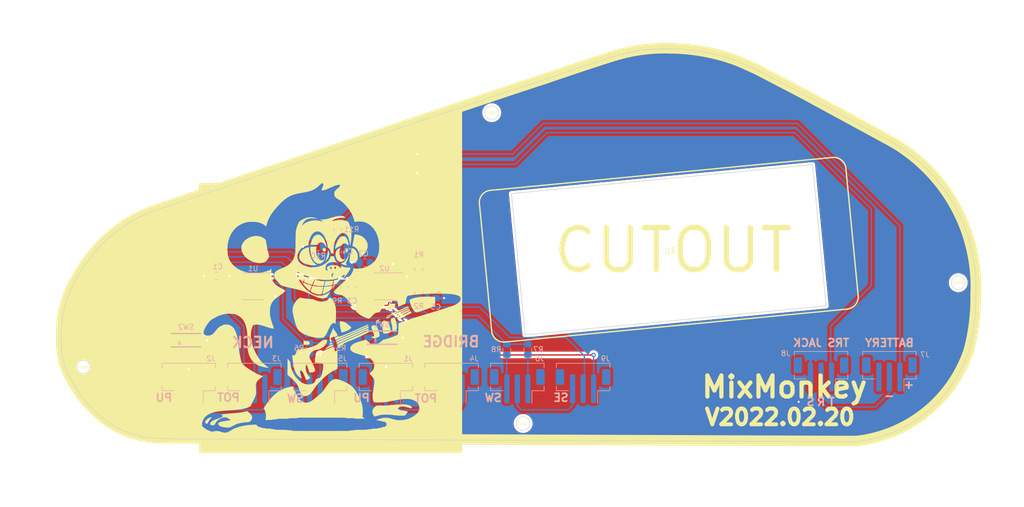
<source format=kicad_pcb>
(kicad_pcb (version 20211014) (generator pcbnew)
  (layers (0 "F.Cu" signal) (31 "B.Cu" signal) (34 "B.Paste" user) (35 "F.Paste" user) (36 "B.SilkS" user "B.Silkscreen") (37 "F.SilkS" user "F.Silkscreen") (38 "B.Mask" user) (39 "F.Mask" user) (44 "Edge.Cuts" user))
  (net 0 "")
  (net 1 "GND")
  (net 2 "+9V")
  (net 3 "Net-(C3-Pad1)")
  (net 4 "Net-(C3-Pad2)")
  (net 5 "Net-(C4-Pad2)")
  (net 6 "Net-(C5-Pad2)")
  (net 7 "Net-(J1-Pad1)")
  (net 8 "/VMID")
  (net 9 "/BATT-")
  (net 10 "/SIG_OUT")
  (net 11 "Net-(J2-Pad1)")
  (net 12 "Net-(J1-Pad3)")
  (net 13 "Net-(J2-Pad3)")
  (net 14 "Net-(J3-Pad2)")
  (net 15 "Net-(J4-Pad2)")
  (net 16 "Net-(J5-Pad1)")
  (net 17 "Net-(J5-Pad3)")
  (net 18 "Net-(J6-Pad1)")
  (net 19 "Net-(J6-Pad3)")
  (net 21 "Net-(J5-Pad2)")
  (net 22 "Net-(J6-Pad2)")
  (net 23 "Net-(R5-Pad1)")
  (net 24 "Net-(R7-Pad1)")
  (footprint "eLogo:MonkeyGuitar35" (layer "F.Cu") (at 100.75 107.5)
    (fp_text reference "G***" (at 13.25 7.3) (layer "F.SilkS") (effects (font (size 1.524 1.524) (thickness 0.3))))
    (fp_text value "LOGO" hide)
  )
  (footprint "eBattery:BB-04" (layer "F.Cu") (at 165.05 94.525 -174.5)
    (fp_text reference "U3" (at -0.177514 -0.243133 5.5 unlocked) (layer "F.SilkS"))
    (fp_text value "BB-02")
    (fp_line (start 28.75 13.5) (end 28.75 -13.5) (layer "Edge.Cuts") (width 0.12))
    (fp_line (start 28.75 13.5) (end -28.75 13.5) (layer "Edge.Cuts") (width 0.12))
    (fp_line (start 28.75 -13.5) (end -28.75 -13.5) (layer "Edge.Cuts") (width 0.12))
    (fp_line (start -28.75 -13.5) (end -28.75 13.5) (layer "Edge.Cuts") (width 0.12))
  )
  (footprint "Resistor_SMD:R_0805_2012Metric_Pad1.20x1.40mm_HandSolder" (layer "B.Cu") (at 102 101.672353 90)
    (fp_text reference "R9" (at -2.577647 -0.005299) (layer "B.SilkS") (effects (justify mirror)))
    (fp_text value "2k")
    (pad "1" smd roundrect (at -1 0 90) (size 1.2 1.4) (layers "B.Cu" "B.Paste" "B.Mask") (roundrect_rratio 0.2083333333) (net 3 "Net-(C3-Pad1)"))
    (pad "2" smd roundrect (at 1 0 90) (size 1.2 1.4) (layers "B.Cu" "B.Paste" "B.Mask") (roundrect_rratio 0.2083333333) (net 4 "Net-(C3-Pad2)"))
  )
  (footprint "Resistor_SMD:R_0805_2012Metric_Pad1.20x1.40mm_HandSolder" (layer "B.Cu") (at 98.325 93.95)
    (fp_text reference "R10" (at 0.075 1.725 180) (layer "B.SilkS") (effects (justify mirror)))
    (fp_text value "2k")
    (pad "1" smd roundrect (at -1 0) (size 1.2 1.4) (layers "B.Cu" "B.Paste" "B.Mask") (roundrect_rratio 0.2083333333) (net 1 "GND"))
    (pad "2" smd roundrect (at 1 0) (size 1.2 1.4) (layers "B.Cu" "B.Paste" "B.Mask") (roundrect_rratio 0.2083333333) (net 5 "Net-(C4-Pad2)"))
  )
  (footprint "eConnector_JST_PSH:B3B-PH-SM4" (layer "B.Cu") (at 194 116.5 180)
    (fp_text reference "J8" (at 6.75 2.25 unlocked) (layer "B.SilkS") (effects (justify mirror)))
    (fp_text value "B3B-PH-SM4-TBT(LF)(SN)" hide)
    (pad "1" smd roundrect (at -2 -2.25 180) (size 1 5.5) (layers "B.Cu" "B.Paste" "B.Mask") (net 10 "/SIG_OUT"))
    (pad "2" smd roundrect (at 0 -2.25 180) (size 1 5.5) (layers "B.Cu" "B.Paste" "B.Mask") (net 9 "/BATT-"))
    (pad "3" smd roundrect (at 2 -2.25 180) (size 1 5.5) (layers "B.Cu" "B.Paste" "B.Mask") (net 1 "GND"))
    (pad "MP" smd roundrect (at -4.4 0 180) (size 1.6 3) (layers "B.Cu" "B.Paste" "B.Mask") (roundrect_rratio 0.15625))
    (pad "MP" smd roundrect (at 4.4 0 180) (size 1.6 3) (layers "B.Cu" "B.Paste" "B.Mask") (roundrect_rratio 0.15625))
  )
  (footprint "Package_SO:SOIC-8_3.9x4.9mm_P1.27mm" (layer "B.Cu") (at 86 101.5 180)
    (fp_text reference "U1" (at 0 3.4) (layer "B.SilkS") (effects (justify mirror)))
    (fp_text value "OPA1656ID")
    (pad "1" smd roundrect (at -2.475 1.905 180) (size 1.95 0.6) (layers "B.Cu" "B.Paste" "B.Mask") (net 23 "Net-(R5-Pad1)"))
    (pad "2" smd roundrect (at -2.475 0.635 180) (size 1.95 0.6) (layers "B.Cu" "B.Paste" "B.Mask") (net 23 "Net-(R5-Pad1)"))
    (pad "3" smd roundrect (at -2.475 -0.635 180) (size 1.95 0.6) (layers "B.Cu" "B.Paste" "B.Mask") (net 14 "Net-(J3-Pad2)"))
    (pad "4" smd roundrect (at -2.475 -1.905 180) (size 1.95 0.6) (layers "B.Cu" "B.Paste" "B.Mask") (net 1 "GND"))
    (pad "5" smd roundrect (at 2.475 -1.905 180) (size 1.95 0.6) (layers "B.Cu" "B.Paste" "B.Mask") (net 15 "Net-(J4-Pad2)"))
    (pad "6" smd roundrect (at 2.475 -0.635 180) (size 1.95 0.6) (layers "B.Cu" "B.Paste" "B.Mask") (net 24 "Net-(R7-Pad1)"))
    (pad "7" smd roundrect (at 2.475 0.635 180) (size 1.95 0.6) (layers "B.Cu" "B.Paste" "B.Mask") (net 24 "Net-(R7-Pad1)"))
    (pad "8" smd roundrect (at 2.475 1.905 180) (size 1.95 0.6) (layers "B.Cu" "B.Paste" "B.Mask") (net 2 "+9V"))
  )
  (footprint "Resistor_SMD:R_0805_2012Metric_Pad1.20x1.40mm_HandSolder" (layer "B.Cu") (at 102.05 90.65 90)
    (fp_text reference "R11" (at 0 2.675) (layer "B.SilkS") (effects (justify mirror)))
    (fp_text value "50")
    (pad "1" smd roundrect (at -1 0 90) (size 1.2 1.4) (layers "B.Cu" "B.Paste" "B.Mask") (roundrect_rratio 0.2083333333) (net 5 "Net-(C4-Pad2)"))
    (pad "2" smd roundrect (at 1 0 90) (size 1.2 1.4) (layers "B.Cu" "B.Paste" "B.Mask") (roundrect_rratio 0.2083333333) (net 10 "/SIG_OUT"))
  )
  (footprint "Resistor_SMD:R_0805_2012Metric_Pad1.20x1.40mm_HandSolder" (layer "B.Cu") (at 138.25 113.5 -90)
    (fp_text reference "R7" (at 0 -2 180) (layer "B.SilkS") (effects (justify mirror)))
    (fp_text value "1k")
    (pad "1" smd roundrect (at -1 0 270) (size 1.2 1.4) (layers "B.Cu" "B.Paste" "B.Mask") (roundrect_rratio 0.2083333333) (net 24 "Net-(R7-Pad1)"))
    (pad "2" smd roundrect (at 1 0 270) (size 1.2 1.4) (layers "B.Cu" "B.Paste" "B.Mask") (roundrect_rratio 0.2083333333) (net 18 "Net-(J6-Pad1)"))
  )
  (footprint "eConnector_JST_PSH:B3B-PH-SM4" (layer "B.Cu") (at 136.25 118.75 180)
    (fp_text reference "J6" (at -4.25 3.5 unlocked) (layer "B.SilkS") (effects (justify mirror)))
    (fp_text value "B3B-PH-SM4-TBT(LF)(SN)_ALT" hide)
    (pad "1" smd roundrect (at -2 -2.25 180) (size 1 5.5) (layers "B.Cu" "B.Paste" "B.Mask") (net 18 "Net-(J6-Pad1)"))
    (pad "2" smd roundrect (at 0 -2.25 180) (size 1 5.5) (layers "B.Cu" "B.Paste" "B.Mask") (net 22 "Net-(J6-Pad2)"))
    (pad "3" smd roundrect (at 2 -2.25 180) (size 1 5.5) (layers "B.Cu" "B.Paste" "B.Mask") (net 19 "Net-(J6-Pad3)"))
    (pad "MP" smd roundrect (at 4.4 0 180) (size 1.6 3) (layers "B.Cu" "B.Paste" "B.Mask") (roundrect_rratio 0.15625))
    (pad "MP" smd roundrect (at -4.4 0 180) (size 1.6 3) (layers "B.Cu" "B.Paste" "B.Mask") (roundrect_rratio 0.15625))
  )
  (footprint "eConnector_JST_PSH:B3B-PH-SM4" (layer "B.Cu") (at 207 116.5 180)
    (fp_text reference "J7" (at -6.75 2 unlocked) (layer "B.SilkS") (effects (justify mirror)))
    (fp_text value "B3B-PH-SM4-TBT(LF)(SN)" hide)
    (pad "1" smd roundrect (at -2 -2.25 180) (size 1 5.5) (layers "B.Cu" "B.Paste" "B.Mask") (net 2 "+9V"))
    (pad "2" smd roundrect (at 0 -2.25 180) (size 1 5.5) (layers "B.Cu" "B.Paste" "B.Mask") (net 9 "/BATT-"))
    (pad "3" smd roundrect (at 2 -2.25 180) (size 1 5.5) (layers "B.Cu" "B.Paste" "B.Mask"))
    (pad "MP" smd roundrect (at 4.4 0 180) (size 1.6 3) (layers "B.Cu" "B.Paste" "B.Mask") (roundrect_rratio 0.15625))
    (pad "MP" smd roundrect (at -4.4 0 180) (size 1.6 3) (layers "B.Cu" "B.Paste" "B.Mask") (roundrect_rratio 0.15625))
  )
  (footprint "Resistor_SMD:R_0805_2012Metric_Pad1.20x1.40mm_HandSolder" (layer "B.Cu") (at 104.75 101.646953 90)
    (fp_text reference "C3" (at -2.603047 0.116501) (layer "B.SilkS") (effects (justify mirror)))
    (fp_text value "10000pF")
    (pad "1" smd roundrect (at -1 0 90) (size 1.2 1.4) (layers "B.Cu" "B.Paste" "B.Mask") (roundrect_rratio 0.2083333333) (net 3 "Net-(C3-Pad1)"))
    (pad "2" smd roundrect (at 1 0 90) (size 1.2 1.4) (layers "B.Cu" "B.Paste" "B.Mask") (roundrect_rratio 0.2083333333) (net 4 "Net-(C3-Pad2)"))
  )
  (footprint "eElectroMechanical:CHS-01TA" (layer "B.Cu") (at 110.5 111.25 90)
    (fp_text reference "SW1" (at 2.5 0 unlocked) (layer "B.SilkS") (effects (justify mirror)))
    (fp_text value "CHS01TA" hide)
    (fp_text user "ON" (at -0.986 -1.515019 -90 unlocked) (layer "B.SilkS") (effects (font (size 0.381 0.381) (thickness 0.254) bold) (justify left bottom mirror)))
    (pad "1" smd rect (at 0 -2.54 90) (size 1 1.6) (layers "B.Cu" "B.Paste" "B.Mask") (net 12 "Net-(J1-Pad3)"))
    (pad "2" smd rect (at 0 2.54 90) (size 1 1.6) (layers "B.Cu" "B.Paste" "B.Mask") (net 1 "GND"))
  )
  (footprint "Resistor_SMD:R_0805_2012Metric_Pad1.20x1.40mm_HandSolder" (layer "B.Cu") (at 134.25 113.5 -90)
    (fp_text reference "R8" (at 0 2 180) (layer "B.SilkS") (effects (justify mirror)))
    (fp_text value "2k")
    (pad "1" smd roundrect (at -1 0 270) (size 1.2 1.4) (layers "B.Cu" "B.Paste" "B.Mask") (roundrect_rratio 0.2083333333) (net 24 "Net-(R7-Pad1)"))
    (pad "2" smd roundrect (at 1 0 270) (size 1.2 1.4) (layers "B.Cu" "B.Paste" "B.Mask") (roundrect_rratio 0.2083333333) (net 19 "Net-(J6-Pad3)"))
  )
  (footprint "eConnector_JST:B3B-PH-SM4" (layer "B.Cu") (at 148.75 118.75 180)
    (fp_text reference "J9" (at -4.25 3.5 unlocked) (layer "B.SilkS") (effects (justify mirror)))
    (fp_text value "B3B-PH-SM4-TBT(LF)(SN)_ALT" hide)
    (pad "1" smd roundrect (at -2 -2.25 180) (size 1 5.5) (layers "B.Cu" "B.Paste" "B.Mask") (net 21 "Net-(J5-Pad2)"))
    (pad "2" smd roundrect (at 0 -2.25 180) (size 1 5.5) (layers "B.Cu" "B.Paste" "B.Mask") (net 3 "Net-(C3-Pad1)"))
    (pad "3" smd roundrect (at 2 -2.25 180) (size 1 5.5) (layers "B.Cu" "B.Paste" "B.Mask") (net 22 "Net-(J6-Pad2)"))
    (pad "MP" smd roundrect (at -4.4 0 180) (size 1.6 3) (layers "B.Cu" "B.Paste" "B.Mask") (roundrect_rratio 0.15625))
    (pad "MP" smd roundrect (at 4.4 0 180) (size 1.6 3) (layers "B.Cu" "B.Paste" "B.Mask") (roundrect_rratio 0.15625))
  )
  (footprint "Capacitor_SMD:C_0805_2012Metric_Pad1.18x1.45mm_HandSolder" (layer "B.Cu") (at 102.025 95 90)
    (fp_text reference "C4" (at 0.125 1.975 180) (layer "B.SilkS") (effects (justify mirror)))
    (fp_text value "1uF")
    (pad "1" smd roundrect (at -1.0375 0 90) (size 1.175 1.45) (layers "B.Cu" "B.Paste" "B.Mask") (roundrect_rratio 0.2127659574) (net 4 "Net-(C3-Pad2)"))
    (pad "2" smd roundrect (at 1.0375 0 90) (size 1.175 1.45) (layers "B.Cu" "B.Paste" "B.Mask") (roundrect_rratio 0.2127659574) (net 5 "Net-(C4-Pad2)"))
  )
  (footprint "eConnector_JST_PSH:B3B-PH-SM4" (layer "B.Cu") (at 98.75 118.75 180)
    (fp_text reference "J5" (at -4.25 3.5 unlocked) (layer "B.SilkS") (effects (justify mirror)))
    (fp_text value "B3B-PH-SM4-TBT(LF)(SN)_ALT" hide)
    (pad "1" smd roundrect (at -2 -2.25 180) (size 1 5.5) (layers "B.Cu" "B.Paste" "B.Mask") (net 16 "Net-(J5-Pad1)"))
    (pad "2" smd roundrect (at 0 -2.25 180) (size 1 5.5) (layers "B.Cu" "B.Paste" "B.Mask") (net 21 "Net-(J5-Pad2)"))
    (pad "3" smd roundrect (at 2 -2.25 180) (size 1 5.5) (layers "B.Cu" "B.Paste" "B.Mask") (net 17 "Net-(J5-Pad3)"))
    (pad "MP" smd roundrect (at -4.4 0 180) (size 1.6 3) (layers "B.Cu" "B.Paste" "B.Mask") (roundrect_rratio 0.15625))
    (pad "MP" smd roundrect (at 4.4 0 180) (size 1.6 3) (layers "B.Cu" "B.Paste" "B.Mask") (roundrect_rratio 0.15625))
  )
  (footprint "eElectroMechanical:CHS-01TA" (layer "B.Cu") (at 73.25 111.75 90)
    (fp_text reference "SW2" (at 2.5 0 unlocked) (layer "B.SilkS") (effects (justify mirror)))
    (fp_text value "CHS01TA" hide)
    (fp_text user "ON" (at -0.986 -1.515019 -90 unlocked) (layer "B.SilkS") (effects (font (size 0.381 0.381) (thickness 0.254) bold) (justify left bottom mirror)))
    (pad "1" smd rect (at 0 -2.54 90) (size 1 1.6) (layers "B.Cu" "B.Paste" "B.Mask") (net 13 "Net-(J2-Pad3)"))
    (pad "2" smd rect (at 0 2.54 90) (size 1 1.6) (layers "B.Cu" "B.Paste" "B.Mask") (net 1 "GND"))
  )
  (footprint "Package_SO:SOIC-8_3.9x4.9mm_P1.27mm" (layer "B.Cu") (at 111 101.5 180)
    (fp_text reference "U2" (at 0 3.4) (layer "B.SilkS") (effects (justify mirror)))
    (fp_text value "OPA1656ID")
    (pad "1" smd roundrect (at -2.475 1.905 180) (size 1.95 0.6) (layers "B.Cu" "B.Paste" "B.Mask") (net 8 "/VMID"))
    (pad "2" smd roundrect (at -2.475 0.635 180) (size 1.95 0.6) (layers "B.Cu" "B.Paste" "B.Mask") (net 8 "/VMID"))
    (pad "3" smd roundrect (at -2.475 -0.635 180) (size 1.95 0.6) (layers "B.Cu" "B.Paste" "B.Mask") (net 6 "Net-(C5-Pad2)"))
    (pad "4" smd roundrect (at -2.475 -1.905 180) (size 1.95 0.6) (layers "B.Cu" "B.Paste" "B.Mask") (net 1 "GND"))
    (pad "5" smd roundrect (at 2.475 -1.905 180) (size 1.95 0.6) (layers "B.Cu" "B.Paste" "B.Mask") (net 8 "/VMID"))
    (pad "6" smd roundrect (at 2.475 -0.635 180) (size 1.95 0.6) (layers "B.Cu" "B.Paste" "B.Mask") (net 3 "Net-(C3-Pad1)"))
    (pad "7" smd roundrect (at 2.475 0.635 180) (size 1.95 0.6) (layers "B.Cu" "B.Paste" "B.Mask") (net 4 "Net-(C3-Pad2)"))
    (pad "8" smd roundrect (at 2.475 1.905 180) (size 1.95 0.6) (layers "B.Cu" "B.Paste" "B.Mask") (net 2 "+9V"))
  )
  (footprint "Resistor_SMD:R_0805_2012Metric_Pad1.20x1.40mm_HandSolder" (layer "B.Cu") (at 117.5 98.25 90)
    (fp_text reference "R1" (at 2.75 0 180) (layer "B.SilkS") (effects (justify mirror)))
    (fp_text value "10k")
    (pad "1" smd roundrect (at -1 0 90) (size 1.2 1.4) (layers "B.Cu" "B.Paste" "B.Mask") (roundrect_rratio 0.2083333333) (net 6 "Net-(C5-Pad2)"))
    (pad "2" smd roundrect (at 1 0 90) (size 1.2 1.4) (layers "B.Cu" "B.Paste" "B.Mask") (roundrect_rratio 0.2083333333) (net 2 "+9V"))
  )
  (footprint "Resistor_SMD:R_0805_2012Metric_Pad1.20x1.40mm_HandSolder" (layer "B.Cu") (at 79 99.5)
    (fp_text reference "C1" (at 0.25 -1.75) (layer "B.SilkS") (effects (justify mirror)))
    (fp_text value "0.1uF")
    (pad "1" smd roundrect (at -1 0) (size 1.2 1.4) (layers "B.Cu" "B.Paste" "B.Mask") (roundrect_rratio 0.2083333333) (net 1 "GND"))
    (pad "2" smd roundrect (at 1 0) (size 1.2 1.4) (layers "B.Cu" "B.Paste" "B.Mask") (roundrect_rratio 0.2083333333) (net 2 "+9V"))
  )
  (footprint "Resistor_SMD:R_0805_2012Metric_Pad1.20x1.40mm_HandSolder" (layer "B.Cu") (at 96.75 113.25 -90)
    (fp_text reference "R6" (at 0 2) (layer "B.SilkS") (effects (justify mirror)))
    (fp_text value "2k")
    (pad "1" smd roundrect (at -1 0 270) (size 1.2 1.4) (layers "B.Cu" "B.Paste" "B.Mask") (roundrect_rratio 0.2083333333) (net 23 "Net-(R5-Pad1)"))
    (pad "2" smd roundrect (at 1 0 270) (size 1.2 1.4) (layers "B.Cu" "B.Paste" "B.Mask") (roundrect_rratio 0.2083333333) (net 17 "Net-(J5-Pad3)"))
  )
  (footprint "Resistor_SMD:R_0805_2012Metric_Pad1.20x1.40mm_HandSolder" (layer "B.Cu") (at 120.75 102.75 90)
    (fp_text reference "C5" (at -2.663247 0 180) (layer "B.SilkS") (effects (justify mirror)))
    (fp_text value "10000pF")
    (pad "1" smd roundrect (at -1 0 90) (size 1.2 1.4) (layers "B.Cu" "B.Paste" "B.Mask") (roundrect_rratio 0.2083333333) (net 1 "GND"))
    (pad "2" smd roundrect (at 1 0 90) (size 1.2 1.4) (layers "B.Cu" "B.Paste" "B.Mask") (roundrect_rratio 0.2083333333) (net 6 "Net-(C5-Pad2)"))
  )
  (footprint "eConnector_JST_PSH:B3B-PH-SM4" (layer "B.Cu") (at 73.75 118.75 180)
    (fp_text reference "J2" (at -4.25 3.5 unlocked) (layer "B.SilkS") (effects (justify mirror)))
    (fp_text value "B3B-PH-SM4-TBT(LF)(SN)" hide)
    (pad "1" smd roundrect (at -2 -2.25 180) (size 1 5.5) (layers "B.Cu" "B.Paste" "B.Mask") (net 11 "Net-(J2-Pad1)"))
    (pad "2" smd roundrect (at 0 -2.25 180) (size 1 5.5) (layers "B.Cu" "B.Paste" "B.Mask") (net 1 "GND"))
    (pad "3" smd roundrect (at 2 -2.25 180) (size 1 5.5) (layers "B.Cu" "B.Paste" "B.Mask") (net 13 "Net-(J2-Pad3)"))
    (pad "MP" smd roundrect (at -4.4 0 180) (size 1.6 3) (layers "B.Cu" "B.Paste" "B.Mask") (roundrect_rratio 0.15625))
    (pad "MP" smd roundrect (at 4.4 0 180) (size 1.6 3) (layers "B.Cu" "B.Paste" "B.Mask") (roundrect_rratio 0.15625))
  )
  (footprint "Resistor_SMD:R_0805_2012Metric_Pad1.20x1.40mm_HandSolder" (layer "B.Cu") (at 107.25 97)
    (fp_text reference "C2" (at -0.25 -1.75) (layer "B.SilkS") (effects (justify mirror)))
    (fp_text value "0.1uF")
    (pad "1" smd roundrect (at -1 0) (size 1.2 1.4) (layers "B.Cu" "B.Paste" "B.Mask") (roundrect_rratio 0.2083333333) (net 1 "GND"))
    (pad "2" smd roundrect (at 1 0) (size 1.2 1.4) (layers "B.Cu" "B.Paste" "B.Mask") (roundrect_rratio 0.2083333333) (net 2 "+9V"))
  )
  (footprint "eConnector_JST_PSH:B3B-PH-SM4" (layer "B.Cu") (at 111.25 118.75 180)
    (fp_text reference "J1" (at -4.25 3.5 unlocked) (layer "B.SilkS") (effects (justify mirror)))
    (fp_text value "B3B-PH-SM4-TBT(LF)(SN)" hide)
    (pad "1" smd roundrect (at -2 -2.25 180) (size 1 5.5) (layers "B.Cu" "B.Paste" "B.Mask") (net 7 "Net-(J1-Pad1)"))
    (pad "2" smd roundrect (at 0 -2.25 180) (size 1 5.5) (layers "B.Cu" "B.Paste" "B.Mask") (net 1 "GND"))
    (pad "3" smd roundrect (at 2 -2.25 180) (size 1 5.5) (layers "B.Cu" "B.Paste" "B.Mask") (net 12 "Net-(J1-Pad3)"))
    (pad "MP" smd roundrect (at 4.4 0 180) (size 1.6 3) (layers "B.Cu" "B.Paste" "B.Mask") (roundrect_rratio 0.15625))
    (pad "MP" smd roundrect (at -4.4 0 180) (size 1.6 3) (layers "B.Cu" "B.Paste" "B.Mask") (roundrect_rratio 0.15625))
  )
  (footprint "Resistor_SMD:R_0805_2012Metric_Pad1.20x1.40mm_HandSolder" (layer "B.Cu") (at 100.75 113.25 -90)
    (fp_text reference "R5" (at 0 -2 180) (layer "B.SilkS") (effects (justify mirror)))
    (fp_text value "1k")
    (pad "1" smd roundrect (at -1 0 270) (size 1.2 1.4) (layers "B.Cu" "B.Paste" "B.Mask") (roundrect_rratio 0.2083333333) (net 23 "Net-(R5-Pad1)"))
    (pad "2" smd roundrect (at 1 0 270) (size 1.2 1.4) (layers "B.Cu" "B.Paste" "B.Mask") (roundrect_rratio 0.2083333333) (net 16 "Net-(J5-Pad1)"))
  )
  (footprint "Resistor_SMD:R_0805_2012Metric_Pad1.20x1.40mm_HandSolder" (layer "B.Cu") (at 117.5 102.75 90)
    (fp_text reference "R2" (at -2.5 0 180) (layer "B.SilkS") (effects (justify mirror)))
    (fp_text value "10k")
    (pad "1" smd roundrect (at -1 0 90) (size 1.2 1.4) (layers "B.Cu" "B.Paste" "B.Mask") (roundrect_rratio 0.2083333333) (net 1 "GND"))
    (pad "2" smd roundrect (at 1 0 90) (size 1.2 1.4) (layers "B.Cu" "B.Paste" "B.Mask") (roundrect_rratio 0.2083333333) (net 6 "Net-(C5-Pad2)"))
  )
  (footprint "eConnector_JST_PSH:B3B-PH-SM4" (layer "B.Cu") (at 123.75 118.75 180)
    (fp_text reference "J4" (at -4.25 3.5 unlocked) (layer "B.SilkS") (effects (justify mirror)))
    (fp_text value "B3B-PH-SM4-TBT(LF)(SN)" hide)
    (pad "1" smd roundrect (at -2 -2.25 180) (size 1 5.5) (layers "B.Cu" "B.Paste" "B.Mask") (net 7 "Net-(J1-Pad1)"))
    (pad "2" smd roundrect (at 0 -2.25 180) (size 1 5.5) (layers "B.Cu" "B.Paste" "B.Mask") (net 15 "Net-(J4-Pad2)"))
    (pad "3" smd roundrect (at 2 -2.25 180) (size 1 5.5) (layers "B.Cu" "B.Paste" "B.Mask") (net 8 "/VMID"))
    (pad "MP" smd roundrect (at 4.4 0 180) (size 1.6 3) (layers "B.Cu" "B.Paste" "B.Mask") (roundrect_rratio 0.15625))
    (pad "MP" smd roundrect (at -4.4 0 180) (size 1.6 3) (layers "B.Cu" "B.Paste" "B.Mask") (roundrect_rratio 0.15625))
  )
  (footprint "eConnector_JST_PSH:B3B-PH-SM4" (layer "B.Cu") (at 86.25 118.75 180)
    (fp_text reference "J3" (at -4.25 3.5 unlocked) (layer "B.SilkS") (effects (justify mirror)))
    (fp_text value "B3B-PH-SM4-TBT(LF)(SN)" hide)
    (pad "1" smd roundrect (at -2 -2.25 180) (size 1 5.5) (layers "B.Cu" "B.Paste" "B.Mask") (net 11 "Net-(J2-Pad1)"))
    (pad "2" smd roundrect (at 0 -2.25 180) (size 1 5.5) (layers "B.Cu" "B.Paste" "B.Mask") (net 14 "Net-(J3-Pad2)"))
    (pad "3" smd roundrect (at 2 -2.25 180) (size 1 5.5) (layers "B.Cu" "B.Paste" "B.Mask") (net 8 "/VMID"))
    (pad "MP" smd roundrect (at -4.4 0 180) (size 1.6 3) (layers "B.Cu" "B.Paste" "B.Mask") (roundrect_rratio 0.15625))
    (pad "MP" smd roundrect (at 4.4 0 180) (size 1.6 3) (layers "B.Cu" "B.Paste" "B.Mask") (roundrect_rratio 0.15625))
  )
  (gr_arc (start 55.7346 124.9464) (mid 54.196889 123.317789) (end 52.8644 121.5174) (layer "F.SilkS") (width 2))
  (gr_arc (start 68.7648 130.3566) (mid 66.990631 130.286333) (end 65.2342 130.0264) (layer "F.SilkS") (width 2))
  (gr_line (start 100.083 75.9244) (end 95.9936 77.296) (layer "F.SilkS") (width 2))
  (gr_line (start 177.7816 58.4238) (end 176.5878 58.0174) (layer "F.SilkS") (width 2))
  (gr_line (start 65.5136 87.6592) (end 64.0658 88.345) (layer "F.SilkS") (width 2))
  (gr_arc (start 65.2342 130.0264) (mid 62.827568 129.409475) (end 60.5352 128.4516) (layer "F.SilkS") (width 2))
  (gr_line (start 141.3072 62.0306) (end 135.2112 64.0372) (layer "F.SilkS") (width 2))
  (gr_line (start 135.2112 64.0372) (end 115.0182 70.819) (layer "F.SilkS") (width 2))
  (gr_arc (start 153.9056 57.8396) (mid 155.686612 57.321054) (end 157.487 56.8744) (layer "F.SilkS") (width 2))
  (gr_line (start 64.0658 88.345) (end 62.9736 88.9292) (layer "F.SilkS") (width 2))
  (gr_line (start 68.7648 130.3566) (end 72.6002 130.4328) (layer "F.SilkS") (width 2))
  (gr_arc (start 215.8816 80.979) (mid 221.721497 91.252493) (end 223.4 102.95) (layer "F.SilkS") (width 2))
  (gr_line (start 72.7018 85.1446) (end 68.6378 86.5162) (layer "F.SilkS") (width 2))
  (gr_arc (start 222.1046 113.6688) (mid 213.915234 125.444274) (end 200.667 130.9408) (layer "F.SilkS") (width 2))
  (gr_line (start 153.9056 57.8396) (end 150.8322 58.8302) (layer "F.SilkS") (width 2))
  (gr_arc (start 52.8644 121.5174) (mid 51.335017 119.074487) (end 50.172 116.4374) (layer "F.SilkS") (width 2))
  (gr_arc (start 157.487 56.8744) (mid 161.352528 56.297214) (end 165.2594 56.1886) (layer "F.SilkS") (width 2))
  (gr_arc (start 60.5352 128.4516) (mid 57.9885 126.899504) (end 55.7346 124.9464) (layer "F.SilkS") (width 2))
  (gr_arc (start 207.6266 74.0448) (mid 212.046764 77.16349) (end 215.8816 80.979) (layer "F.SilkS") (width 2))
  (gr_arc (start 52.7882 99.3432) (mid 57.18845 93.45895) (end 62.9736 88.9292) (layer "F.SilkS") (width 2))
  (gr_arc (start 49.6386 108.0554) (mid 50.742099 103.528917) (end 52.7882 99.3432) (layer "F.SilkS") (width 2))
  (gr_arc (start 223.4 102.95) (mid 223.117667 108.353556) (end 222.1046 113.6688) (layer "F.SilkS") (width 2))
  (gr_line (start 200.667 130.9408) (end 72.6002 130.4328) (layer "F.SilkS") (width 2))
  (gr_line (start 95.9936 77.296) (end 72.7018 85.1446) (layer "F.SilkS") (width 2))
  (gr_arc (start 165.2594 56.1886) (mid 170.993157 56.672136) (end 176.5878 58.0174) (layer "F.SilkS") (width 2))
  (gr_line (start 66.7328 87.202) (end 65.5136 87.6592) (layer "F.SilkS") (width 2))
  (gr_line (start 180.0422 59.389) (end 177.7816 58.4238) (layer "F.SilkS") (width 2))
  (gr_arc (start 50.172 116.4374) (mid 49.70977 114.376663) (end 49.537 112.2718) (layer "F.SilkS") (width 2))
  (gr_line (start 207.6266 74.0448) (end 190.5324 64.7484) (layer "F.SilkS") (width 2))
  (gr_line (start 147.9874 59.77) (end 141.3072 62.0306) (layer "F.SilkS") (width 2))
  (gr_line (start 190.5324 64.7484) (end 182.0996 60.3542) (layer "F.SilkS") (width 2))
  (gr_line (start 182.0996 60.3542) (end 180.0422 59.389) (layer "F.SilkS") (width 2))
  (gr_line (start 68.6378 86.5162) (end 66.7328 87.202) (layer "F.SilkS") (width 2))
  (gr_arc (start 49.537 112.2718) (mid 49.538118 110.162403) (end 49.6386 108.0554) (layer "F.SilkS") (width 2))
  (gr_line (start 115.0182 70.819) (end 100.083 75.9244) (layer "F.SilkS") (width 2))
  (gr_line (start 150.8322 58.8302) (end 147.9874 59.77) (layer "F.SilkS") (width 2))
  (gr_line (start 135.220701 64.148447) (end 115.027701 70.930247) (layer "Edge.Cuts") (width 0.1))
  (gr_line (start 200.676501 131.052047) (end 72.609701 130.544047) (layer "Edge.Cuts") (width 0.1))
  (gr_line (start 72.711301 85.255847) (end 68.647301 86.627447) (layer "Edge.Cuts") (width 0.1))
  (gr_arc (start 165.268901 56.299847) (mid 171.002599 56.783743) (end 176.597301 58.128647) (layer "Edge.Cuts") (width 0.1))
  (gr_arc (start 223.409501 103.061247) (mid 223.127866 108.464887) (end 222.114101 113.780047) (layer "Edge.Cuts") (width 0.1))
  (gr_line (start 180.051701 59.500247) (end 177.791101 58.535047) (layer "Edge.Cuts") (width 0.1))
  (gr_line (start 153.915101 57.950847) (end 150.841701 58.941447) (layer "Edge.Cuts") (width 0.1))
  (gr_line (start 68.647301 86.627447) (end 66.742301 87.313247) (layer "Edge.Cuts") (width 0.1))
  (gr_arc (start 215.891101 81.090247) (mid 221.731457 91.363583) (end 223.409501 103.061247) (layer "Edge.Cuts") (width 0.1))
  (gr_line (start 68.774301 130.467847) (end 72.609701 130.544047) (layer "Edge.Cuts") (width 0.1))
  (gr_circle (center 220.088326 100.800647) (end 221.388326 100.800647) (layer "Edge.Cuts") (width 0.1) (fill none))
  (gr_arc (start 65.243701 130.137647) (mid 62.837063 129.520739) (end 60.544701 128.562847) (layer "Edge.Cuts") (width 0.1))
  (gr_arc (start 207.636101 74.156047) (mid 212.056719 77.274197) (end 215.891101 81.090247) (layer "Edge.Cuts") (width 0.1))
  (gr_line (start 190.541901 64.859647) (end 182.109101 60.465447) (layer "Edge.Cuts") (width 0.1))
  (gr_line (start 64.075301 88.456247) (end 62.983101 89.040447) (layer "Edge.Cuts") (width 0.1))
  (gr_line (start 115.027701 70.930247) (end 100.092501 76.035647) (layer "Edge.Cuts") (width 0.1))
  (gr_arc (start 52.873901 121.628647) (mid 51.344755 119.185609) (end 50.181501 116.548647) (layer "Edge.Cuts") (width 0.1))
  (gr_line (start 177.791101 58.535047) (end 176.597301 58.128647) (layer "Edge.Cuts") (width 0.1))
  (gr_arc (start 157.496501 56.985647) (mid 161.36199 56.408027) (end 165.268901 56.299847) (layer "Edge.Cuts") (width 0.1))
  (gr_line (start 182.109101 60.465447) (end 180.051701 59.500247) (layer "Edge.Cuts") (width 0.1))
  (gr_arc (start 50.181501 116.548647) (mid 49.719455 114.487881) (end 49.546501 112.383047) (layer "Edge.Cuts") (width 0.1))
  (gr_arc (start 153.915101 57.950847) (mid 155.696149 57.432434) (end 157.496501 56.985647) (layer "Edge.Cuts") (width 0.1))
  (gr_line (start 96.003101 77.407247) (end 72.711301 85.255847) (layer "Edge.Cuts") (width 0.1))
  (gr_line (start 150.841701 58.941447) (end 147.996901 59.881247) (layer "Edge.Cuts") (width 0.1))
  (gr_line (start 207.636101 74.156047) (end 190.541901 64.859647) (layer "Edge.Cuts") (width 0.1))
  (gr_line (start 66.742301 87.313247) (end 65.523101 87.770447) (layer "Edge.Cuts") (width 0.1))
  (gr_arc (start 60.544701 128.562847) (mid 57.997921 127.010861) (end 55.744101 125.057647) (layer "Edge.Cuts") (width 0.1))
  (gr_line (start 141.316701 62.141847) (end 135.220701 64.148447) (layer "Edge.Cuts") (width 0.1))
  (gr_arc (start 52.797701 99.454447) (mid 57.197576 93.569831) (end 62.983101 89.040447) (layer "Edge.Cuts") (width 0.1))
  (gr_line (start 65.523101 87.770447) (end 64.075301 88.456247) (layer "Edge.Cuts") (width 0.1))
  (gr_circle (center 137.345179 127.597647) (end 138.645179 127.597647) (layer "Edge.Cuts") (width 0.1) (fill none))
  (gr_arc (start 55.744101 125.057647) (mid 54.206627 123.428838) (end 52.873901 121.628647) (layer "Edge.Cuts") (width 0.1))
  (gr_circle (center 53.702979 116.853447) (end 55.002979 116.853447) (layer "Edge.Cuts") (width 0.1) (fill none))
  (gr_arc (start 49.546501 112.383047) (mid 49.547181 110.273639) (end 49.648101 108.166647) (layer "Edge.Cuts") (width 0.1))
  (gr_arc (start 222.114101 113.780047) (mid 213.9244 125.555105) (end 200.676501 131.052047) (layer "Edge.Cuts") (width 0.1))
  (gr_arc (start 49.648101 108.166647) (mid 50.751868 103.640261) (end 52.797701 99.454447) (layer "Edge.Cuts") (width 0.1))
  (gr_circle (center 131.376179 68.441047) (end 132.676179 68.441047) (layer "Edge.Cuts") (width 0.1) (fill none))
  (gr_line (start 147.996901 59.881247) (end 141.316701 62.141847) (layer "Edge.Cuts") (width 0.1))
  (gr_line (start 100.092501 76.035647) (end 96.003101 77.407247) (layer "Edge.Cuts") (width 0.1))
  (gr_arc (start 68.774301 130.467847) (mid 67.000109 130.397825) (end 65.243701 130.137647) (layer "Edge.Cuts") (width 0.1))
  (gr_text "SW" (at 95.825 122.825) (layer "B.SilkS") (effects (font (size 1.5 1.5) (thickness 0.325)) (justify left mirror)))
  (gr_text "POT" (at 81.325 122.65) (layer "B.SilkS") (effects (font (size 1.5 1.5) (thickness 0.325)) (justify mirror)))
  (gr_text "PU" (at 106.625 122.725) (layer "B.SilkS") (effects (font (size 1.5 1.5) (thickness 0.325)) (justify mirror)))
  (gr_text "T" (at 196 123.5) (layer "B.SilkS") (effects (font (size 1.5 1.5) (thickness 0.325)) (justify mirror)))
  (gr_text "POT" (at 118.85 122.825) (layer "B.SilkS") (effects (font (size 1.5 1.5) (thickness 0.325)) (justify mirror)))
  (gr_text "PU" (at 69.05 122.7) (layer "B.SilkS") (effects (font (size 1.5 1.5) (thickness 0.325)) (justify mirror)))
  (gr_text "S" (at 192 123.5) (layer "B.SilkS") (effects (font (size 1.5 1.5) (thickness 0.325)) (justify mirror)))
  (gr_text "R" (at 194 123.5) (layer "B.SilkS") (effects (font (size 1.5 1.5) (thickness 0.325)) (justify mirror)))
  (gr_text "SW" (at 131.65 122.7) (layer "B.SilkS") (effects (font (size 1.5 1.5) (thickness 0.325)) (justify mirror)))
  (gr_text "BATTERY" (at 207 112.25) (layer "B.SilkS") (effects (font (size 1.5 1.5) (thickness 0.325)) (justify mirror)))
  (gr_text "BRIDGE" (at 123.625 112.025) (layer "B.SilkS") (effects (font (size 2 2) (thickness 0.4)) (justify mirror)))
  (gr_text "TRS JACK\n" (at 194 112.25) (layer "B.SilkS") (effects (font (size 1.5 1.5) (thickness 0.325)) (justify mirror)))
  (gr_text "NECK" (at 85.95 112.175) (layer "B.SilkS") (effects (font (size 2 2) (thickness 0.4)) (justify mirror)))
  (gr_text "+" (at 210.7 120.175) (layer "B.SilkS") (effects (font (size 1.5 1.5) (thickness 0.325)) (justify mirror)))
  (gr_text "-" (at 206.975 122.3) (layer "B.SilkS") (effects (font (size 1.5 1.5) (thickness 0.325)) (justify mirror)))
  (gr_text "SE" (at 144.55 122.675) (layer "B.SilkS") (effects (font (size 1.5 1.5) (thickness 0.325)) (justify mirror)))
  (gr_text "MixMonkey" (at 187.05 120.65) (layer "F.SilkS") (effects (font (size 4 4) (thickness 0.8))))
  (gr_text "CUTOUT" (at 165.9 94.65) (layer "F.SilkS") (effects (font (size 8 8) (thickness 1))))
  (gr_text "V2022.02.20" (at 186.175 126.4) (layer "F.SilkS") (effects (font (size 3 3) (thickness 0.75))))
  (gr_text "CUTOUT" (at 53.7 116.925) (layer "F.SilkS") (effects (font (size 0.35 0.35) (thickness 0.0625))))
  (gr_text "CUTOUT" (at 137.25 127.7) (layer "F.SilkS") (effects (font (size 0.35 0.35) (thickness 0.0625))))
  (gr_text "CUTOUT" (at 220.125 100.825) (layer "F.SilkS") (effects (font (size 0.35 0.35) (thickness 0.0625))))
  (gr_text "CUTOUT" (at 131.325 68.45) (layer "F.SilkS") (effects (font (size 0.35 0.35) (thickness 0.0625))))
  (via (at 122.325 103.725) (size 0.8) (drill 0.4) (layers "F.Cu" "B.Cu") (net 1))
  (via (at 114.525 111.25) (size 0.8) (drill 0.4) (layers "F.Cu" "B.Cu") (net 1))
  (via (at 104.775 97) (size 0.8) (drill 0.4) (layers "F.Cu" "B.Cu") (net 1))
  (via (at 77.25 111.75) (size 0.8) (drill 0.4) (layers "F.Cu" "B.Cu") (net 1))
  (via (at 76.6 99.5) (size 0.8) (drill 0.4) (layers "F.Cu" "B.Cu") (net 1))
  (via (at 111.25 116.825) (size 0.8) (drill 0.4) (layers "F.Cu" "B.Cu") (net 1))
  (via (at 189.75 123.475) (size 0.8) (drill 0.4) (layers "F.Cu" "B.Cu") (net 1))
  (via (at 90.18 103.405) (size 0.8) (drill 0.4) (layers "F.Cu" "B.Cu") (net 1))
  (via (at 95.475 93.95) (size 0.8) (drill 0.4) (layers "F.Cu" "B.Cu") (net 1))
  (via (at 73.75 117.25) (size 0.8) (drill 0.4) (layers "F.Cu" "B.Cu") (net 1))
  (segment (start 106.25 97) (end 104.775 97) (width 0.25) (layer "B.Cu") (net 1))
  (segment (start 88.475 103.405) (end 90.18 103.405) (width 0.25) (layer "B.Cu") (net 1))
  (segment (start 113.475 103.405) (end 117.155 103.405) (width 0.25) (layer "B.Cu") (net 1))
  (segment (start 190.9 123.475) (end 189.75 123.475) (width 0.25) (layer "B.Cu") (net 1))
  (segment (start 97.325 93.95) (end 95.65 93.95) (width 0.25) (layer "B.Cu") (net 1))
  (segment (start 73.75 121) (end 73.75 117.5) (width 0.25) (layer "B.Cu") (net 1))
  (segment (start 111.075 116.65) (end 111.25 116.825) (width 0.25) (layer "B.Cu") (net 1))
  (segment (start 77 111.75) (end 77.25 111.75) (width 0.25) (layer "B.Cu") (net 1))
  (segment (start 122.3 103.75) (end 122.325 103.725) (width 0.25) (layer "B.Cu") (net 1))
  (segment (start 111.25 121) (end 111.25 116.825) (width 0.25) (layer "B.Cu") (net 1))
  (segment (start 76.575 99.525) (end 76.6 99.5) (width 0.25) (layer "B.Cu") (net 1))
  (segment (start 192 118.75) (end 192 122.375) (width 0.25) (layer "B.Cu") (net 1))
  (segment (start 114.6 111.325) (end 114.525 111.25) (width 0.25) (layer "B.Cu") (net 1))
  (segment (start 73.75 117.5) (end 73.75 117.25) (width 0.25) (layer "B.Cu") (net 1))
  (segment (start 90.225 103.45) (end 90.18 103.405) (width 0.25) (layer "B.Cu") (net 1))
  (segment (start 95.65 93.95) (end 95.475 93.95) (width 0.25) (layer "B.Cu") (net 1))
  (segment (start 192 122.375) (end 190.9 123.475) (width 0.25) (layer "B.Cu") (net 1))
  (segment (start 120.75 103.75) (end 122.3 103.75) (width 0.25) (layer "B.Cu") (net 1))
  (segment (start 78 99.5) (end 76.6 99.5) (width 0.25) (layer "B.Cu") (net 1))
  (segment (start 113.04 111.25) (end 114.525 111.25) (width 0.25) (layer "B.Cu") (net 1))
  (segment (start 117.5 103.75) (end 120.75 103.75) (width 0.25) (layer "B.Cu") (net 1))
  (segment (start 117.155 103.405) (end 117.5 103.75) (width 0.25) (layer "B.Cu") (net 1))
  (segment (start 75.79 111.75) (end 77 111.75) (width 0.25) (layer "B.Cu") (net 1))
  (segment (start 81.525 99.575) (end 110.3 99.575) (width 0.25) (layer "F.Cu") (net 2))
  (segment (start 110.3 99.575) (end 112.625 97.25) (width 0.25) (layer "F.Cu") (net 2))
  (segment (start 117.25 76.35) (end 117.25 79.875) (width 0.25) (layer "F.Cu") (net 2))
  (segment (start 117.25 79.875) (end 117.2 79.925) (width 0.25) (layer "F.Cu") (net 2))
  (via (at 112.625 97.25) (size 0.8) (drill 0.4) (layers "F.Cu" "B.Cu") (net 2))
  (via (at 117.2 79.925) (size 0.8) (drill 0.4) (layers "F.Cu" "B.Cu") (net 2))
  (via (at 117.25 76.35) (size 0.8) (drill 0.4) (layers "F.Cu" "B.Cu") (net 2))
  (via (at 81.525 99.575) (size 0.8) (drill 0.4) (layers "F.Cu" "B.Cu") (net 2))
  (segment (start 108.5 97.25) (end 112.625 97.25) (width 0.25) (layer "B.Cu") (net 2))
  (segment (start 141.2 70.475) (end 135.375 76.3) (width 0.25) (layer "B.Cu") (net 2))
  (segment (start 117.5 80.225) (end 117.2 79.925) (width 0.25) (layer "B.Cu") (net 2))
  (segment (start 108.525 99.595) (end 108.525 97.275) (width 0.25) (layer "B.Cu") (net 2))
  (segment (start 135.375 76.3) (end 117.275 76.3) (width 0.25) (layer "B.Cu") (net 2))
  (segment (start 209 89.975) (end 189.5 70.475) (width 0.25) (layer "B.Cu") (net 2))
  (segment (start 117.275 76.325) (end 117.25 76.35) (width 0.25) (layer "B.Cu") (net 2))
  (segment (start 117.5 97.25) (end 117.5 80.225) (width 0.25) (layer "B.Cu") (net 2))
  (segment (start 117.5 97.25) (end 112.625 97.25) (width 0.25) (layer "B.Cu") (net 2))
  (segment (start 108.525 97.275) (end 108.25 97) (width 0.25) (layer "B.Cu") (net 2))
  (segment (start 80.095 99.595) (end 80 99.5) (width 0.25) (layer "B.Cu") (net 2))
  (segment (start 209 118.75) (end 209 89.975) (width 0.25) (layer "B.Cu") (net 2))
  (segment (start 117.275 76.3) (end 117.275 76.325) (width 0.25) (layer "B.Cu") (net 2))
  (segment (start 189.5 70.475) (end 141.2 70.475) (width 0.25) (layer "B.Cu") (net 2))
  (segment (start 83.525 99.595) (end 80.095 99.595) (width 0.25) (layer "B.Cu") (net 2))
  (segment (start 108.25 97) (end 108.5 97.25) (width 0.25) (layer "B.Cu") (net 2))
  (segment (start 112.925 105.425) (end 129.025 105.425) (width 0.25) (layer "B.Cu") (net 3))
  (segment (start 149 120.75) (end 148.75 121) (width 0.25) (layer "B.Cu") (net 3))
  (segment (start 108.525 102.135) (end 105.261953 102.135) (width 0.25) (layer "B.Cu") (net 3))
  (segment (start 102.0254 102.646953) (end 102 102.672353) (width 0.25) (layer "B.Cu") (net 3))
  (segment (start 134.85 111.25) (end 145.525 111.25) (width 0.25) (layer "B.Cu") (net 3))
  (segment (start 104.75 102.646953) (end 102.0254 102.646953) (width 0.25) (layer "B.Cu") (net 3))
  (segment (start 109.635 102.135) (end 112.925 105.425) (width 0.25) (layer "B.Cu") (net 3))
  (segment (start 145.525 111.25) (end 149 114.725) (width 0.25) (layer "B.Cu") (net 3))
  (segment (start 129.025 105.425) (end 134.85 111.25) (width 0.25) (layer "B.Cu") (net 3))
  (segment (start 149 114.725) (end 149 120.75) (width 0.25) (layer "B.Cu") (net 3))
  (segment (start 105.261953 102.135) (end 104.75 102.646953) (width 0.25) (layer "B.Cu") (net 3))
  (segment (start 108.525 102.135) (end 109.635 102.135) (width 0.25) (layer "B.Cu") (net 3))
  (segment (start 108.525 100.865) (end 104.968047 100.865) (width 0.25) (layer "B.Cu") (net 4))
  (segment (start 102.0254 100.646953) (end 102 100.672353) (width 0.25) (layer "B.Cu") (net 4))
  (segment (start 104.75 100.646953) (end 102.0254 100.646953) (width 0.25) (layer "B.Cu") (net 4))
  (segment (start 102 96.0625) (end 102.025 96.0375) (width 0.25) (layer "B.Cu") (net 4))
  (segment (start 102 100.672353) (end 102 96.0625) (width 0.25) (layer "B.Cu") (net 4))
  (segment (start 104.968047 100.865) (end 104.75 100.646953) (width 0.25) (layer "B.Cu") (net 4))
  (segment (start 102.025 93.9625) (end 102.025 91.675) (width 0.25) (layer "B.Cu") (net 5))
  (segment (start 99.3375 93.9625) (end 99.325 93.95) (width 0.25) (layer "B.Cu") (net 5))
  (segment (start 102.025 91.675) (end 102.05 91.65) (width 0.25) (layer "B.Cu") (net 5))
  (segment (start 102.025 93.9625) (end 99.3375 93.9625) (width 0.25) (layer "B.Cu") (net 5))
  (segment (start 120.75 101.75) (end 117.5 101.75) (width 0.25) (layer "B.Cu") (net 6))
  (segment (start 113.475 102.135) (end 117.115 102.135) (width 0.25) (layer "B.Cu") (net 6))
  (segment (start 117.115 102.135) (end 117.5 101.75) (width 0.25) (layer "B.Cu") (net 6))
  (segment (start 117.5 101.75) (end 117.5 99.25) (width 0.25) (layer "B.Cu") (net 6))
  (segment (start 113.25 121) (end 113.25 124.25) (width 0.25) (layer "B.Cu") (net 7))
  (segment (start 113.25 124.25) (end 114 125) (width 0.25) (layer "B.Cu") (net 7))
  (segment (start 125 125) (end 125.75 124.25) (width 0.25) (layer "B.Cu") (net 7))
  (segment (start 125.75 124.25) (end 125.75 121) (width 0.25) (layer "B.Cu") (net 7))
  (segment (start 114 125) (end 125 125) (width 0.25) (layer "B.Cu") (net 7))
  (segment (start 105.425 105.1) (end 111.725 105.1) (width 0.25) (layer "F.Cu") (net 8))
  (segment (start 111.75 103.15) (end 115.3 99.6) (width 0.25) (layer "F.Cu") (net 8))
  (segment (start 111.75 105.125) (end 111.75 103.15) (width 0.25) (layer "F.Cu") (net 8))
  (segment (start 111.725 105.1) (end 111.75 105.125) (width 0.25) (layer "F.Cu") (net 8))
  (segment (start 111.75 105.125) (end 119.15 112.525) (width 0.25) (layer "F.Cu") (net 8))
  (via (at 119.15 112.525) (size 0.8) (drill 0.4) (layers "F.Cu" "B.Cu") (net 8))
  (via (at 105.425 105.1) (size 0.8) (drill 0.4) (layers "F.Cu" "B.Cu") (net 8))
  (via (at 115.3 99.6) (size 0.8) (drill 0.4) (layers "F.Cu" "B.Cu") (net 8))
  (segment (start 113.48 99.6) (end 115.3 99.6) (width 0.25) (layer "B.Cu") (net 8))
  (segment (start 84.25 109.1) (end 80.775 105.625) (width 0.25) (layer "B.Cu") (net 8))
  (segment (start 73 103.65) (end 73 97.775) (width 0.25) (layer "B.Cu") (net 8))
  (segment (start 80.775 105.625) (end 74.975 105.625) (width 0.25) (layer "B.Cu") (net 8))
  (segment (start 100.45 105.1) (end 105.425 105.1) (width 0.25) (layer "B.Cu") (net 8))
  (segment (start 113.475 99.595) (end 113.48 99.6) (width 0.25) (layer "B.Cu") (net 8))
  (segment (start 105.425 105.1) (end 107.12 103.405) (width 0.25) (layer "B.Cu") (net 8))
  (segment (start 121.75 121) (end 121.75 115.125) (width 0.25) (layer "B.Cu") (net 8))
  (segment (start 75.85 94.925) (end 93.425 94.925) (width 0.25) (layer "B.Cu") (net 8))
  (segment (start 107.12 103.405) (end 108.525 103.405) (width 0.25) (layer "B.Cu") (net 8))
  (segment (start 121.75 115.125) (end 119.15 112.525) (width 0.25) (layer "B.Cu") (net 8))
  (segment (start 93.425 94.925) (end 98.575 100.075) (width 0.25) (layer "B.Cu") (net 8))
  (segment (start 113.475 100.865) (end 113.475 99.595) (width 0.25) (layer "B.Cu") (net 8))
  (segment (start 98.575 103.225) (end 100.45 105.1) (width 0.25) (layer "B.Cu") (net 8))
  (segment (start 74.975 105.625) (end 73 103.65) (width 0.25) (layer "B.Cu") (net 8))
  (segment (start 98.575 100.075) (end 98.575 103.225) (width 0.25) (layer "B.Cu") (net 8))
  (segment (start 73 97.775) (end 75.85 94.925) (width 0.25) (layer "B.Cu") (net 8))
  (segment (start 84.25 121) (end 84.25 109.1) (width 0.25) (layer "B.Cu") (net 8))
  (segment (start 207 118.75) (end 207 121.8) (width 0.25) (layer "B.Cu") (net 9))
  (segment (start 195.035 124.46) (end 193.775 123.2) (width 0.25) (layer "B.Cu") (net 9))
  (segment (start 193.775 118.975) (end 194 118.75) (width 0.25) (layer "B.Cu") (net 9))
  (segment (start 207 121.8) (end 204.34 124.46) (width 0.25) (layer "B.Cu") (net 9))
  (segment (start 193.775 123.2) (end 193.775 118.975) (width 0.25) (layer "B.Cu") (net 9))
  (segment (start 204.34 124.46) (end 195.035 124.46) (width 0.25) (layer "B.Cu") (net 9))
  (segment (start 102.05 89.65) (end 113.425 78.275) (width 0.25) (layer "B.Cu") (net 10))
  (segment (start 203.575 86.8) (end 203.575 101.35) (width 0.25) (layer "B.Cu") (net 10))
  (segment (start 141.875 72.25) (end 189.025 72.25) (width 0.25) (layer "B.Cu") (net 10))
  (segment (start 113.425 78.275) (end 135.85 78.275) (width 0.25) (layer "B.Cu") (net 10))
  (segment (start 189.025 72.25) (end 203.575 86.8) (width 0.25) (layer "B.Cu") (net 10))
  (segment (start 203.575 101.35) (end 195.825 109.1) (width 0.25) (layer "B.Cu") (net 10))
  (segment (start 135.85 78.275) (end 141.875 72.25) (width 0.25) (layer "B.Cu") (net 10))
  (segment (start 195.825 118.575) (end 196 118.75) (width 0.25) (layer "B.Cu") (net 10))
  (segment (start 195.825 109.1) (end 195.825 118.575) (width 0.25) (layer "B.Cu") (net 10))
  (segment (start 87.75 125) (end 76.5 125) (width 0.25) (layer "B.Cu") (net 11))
  (segment (start 88.25 121) (end 88.25 124.5) (width 0.25) (layer "B.Cu") (net 11))
  (segment (start 76.5 125) (end 75.75 124.25) (width 0.25) (layer "B.Cu") (net 11))
  (segment (start 75.75 124.25) (end 75.75 121) (width 0.25) (layer "B.Cu") (net 11))
  (segment (start 88.25 124.5) (end 87.75 125) (width 0.25) (layer "B.Cu") (net 11))
  (segment (start 109.25 121) (end 109.25 116.125) (width 0.25) (layer "B.Cu") (net 12))
  (segment (start 109.25 116.125) (end 107.96 114.835) (width 0.25) (layer "B.Cu") (net 12))
  (segment (start 107.96 114.835) (end 107.96 111.25) (width 0.25) (layer "B.Cu") (net 12))
  (segment (start 71.75 115) (end 70.71 113.96) (width 0.25) (layer "B.Cu") (net 13))
  (segment (start 71.75 121) (end 71.75 115) (width 0.25) (layer "B.Cu") (net 13))
  (segment (start 70.71 113.96) (end 70.71 111.75) (width 0.25) (layer "B.Cu") (net 13))
  (segment (start 86.25 121) (end 86.25 103) (width 0.25) (layer "B.Cu") (net 14))
  (segment (start 86.25 103) (end 87.115 102.135) (width 0.25) (layer "B.Cu") (net 14))
  (segment (start 87.115 102.135) (end 88.475 102.135) (width 0.25) (layer "B.Cu") (net 14))
  (segment (start 74.9 101.925) (end 76.38 103.405) (width 0.25) (layer "B.Cu") (net 15))
  (segment (start 76.38 103.405) (end 83.525 103.405) (width 0.25) (layer "B.Cu") (net 15))
  (segment (start 74.9 98.6) (end 74.9 101.925) (width 0.25) (layer "B.Cu") (net 15))
  (segment (start 93.9 103.775) (end 93.9 99.325) (width 0.25) (layer "B.Cu") (net 15))
  (segment (start 123.75 121) (end 123.75 113.45) (width 0.25) (layer "B.Cu") (net 15))
  (segment (start 91.475 96.9) (end 76.6 96.9) (width 0.25) (layer "B.Cu") (net 15))
  (segment (start 123.75 113.45) (end 117.8 107.5) (width 0.25) (layer "B.Cu") (net 15))
  (segment (start 117.8 107.5) (end 97.625 107.5) (width 0.25) (layer "B.Cu") (net 15))
  (segment (start 93.9 99.325) (end 91.475 96.9) (width 0.25) (layer "B.Cu") (net 15))
  (segment (start 76.6 96.9) (end 74.9 98.6) (width 0.25) (layer "B.Cu") (net 15))
  (segment (start 97.625 107.5) (end 93.9 103.775) (width 0.25) (layer "B.Cu") (net 15))
  (segment (start 100.75 121) (end 100.75 114.25) (width 0.25) (layer "B.Cu") (net 16))
  (segment (start 96.75 121) (end 96.75 114.25) (width 0.25) (layer "B.Cu") (net 17))
  (segment (start 138.25 114.5) (end 138.25 121) (width 0.25) (layer "B.Cu") (net 18))
  (segment (start 134.25 114.5) (end 134.25 121) (width 0.25) (layer "B.Cu") (net 19))
  (segment (start 98.825 114.55) (end 98.8 114.575) (width 0.25) (layer "F.Cu") (net 21))
  (segment (start 150.75 114.55) (end 98.825 114.55) (width 0.25) (layer "F.Cu") (net 21))
  (via (at 98.8 114.575) (size 0.8) (drill 0.4) (layers "F.Cu" "B.Cu") (net 21))
  (via (at 150.75 114.55) (size 0.8) (drill 0.4) (layers "F.Cu" "B.Cu") (net 21))
  (segment (start 98.75 121) (end 98.75 114.625) (width 0.25) (layer "B.Cu") (net 21))
  (segment (start 150.75 121) (end 150.75 114.55) (width 0.25) (layer "B.Cu") (net 21))
  (segment (start 150.725 114.525) (end 150.75 114.55) (width 0.25) (layer "B.Cu") (net 21))
  (segment (start 98.75 114.625) (end 98.8 114.575) (width 0.25) (layer "B.Cu") (net 21))
  (segment (start 145.9 125) (end 137 125) (width 0.25) (layer "B.Cu") (net 22))
  (segment (start 137 125) (end 136.25 124.25) (width 0.25) (layer "B.Cu") (net 22))
  (segment (start 136.25 124.25) (end 136.25 121) (width 0.25) (layer "B.Cu") (net 22))
  (segment (start 146.75 121) (end 146.75 124.15) (width 0.25) (layer "B.Cu") (net 22))
  (segment (start 146.75 124.15) (end 145.9 125) (width 0.25) (layer "B.Cu") (net 22))
  (segment (start 88.475 99.595) (end 88.475 100.865) (width 0.25) (layer "B.Cu") (net 23))
  (segment (start 100.75 112.25) (end 96.75 112.25) (width 0.25) (layer "B.Cu") (net 23))
  (segment (start 96.175 112.25) (end 96.75 112.25) (width 0.25) (layer "B.Cu") (net 23))
  (segment (start 91.65 101.75) (end 91.65 107.725) (width 0.25) (layer "B.Cu") (net 23))
  (segment (start 88.475 100.865) (end 90.765 100.865) (width 0.25) (layer "B.Cu") (net 23))
  (segment (start 90.765 100.865) (end 91.65 101.75) (width 0.25) (layer "B.Cu") (net 23))
  (segment (start 91.65 107.725) (end 96.175 112.25) (width 0.25) (layer "B.Cu") (net 23))
  (segment (start 119.45048 107.05048) (end 118.75 106.35) (width 0.25) (layer "B.Cu") (net 24))
  (segment (start 138.25 112.5) (end 134.25 112.5) (width 0.25) (layer "B.Cu") (net 24))
  (segment (start 73.875 98.425) (end 73.875 102.625) (width 0.25) (layer "B.Cu") (net 24))
  (segment (start 84.925 104.725) (end 85.475 104.175) (width 0.25) (layer "B.Cu") (net 24))
  (segment (start 118.75 106.35) (end 99.1 106.35) (width 0.25) (layer "B.Cu") (net 24))
  (segment (start 134.25 112.5) (end 128.80048 107.05048) (width 0.25) (layer "B.Cu") (net 24))
  (segment (start 99.1 106.35) (end 96.55 103.8) (width 0.25) (layer "B.Cu") (net 24))
  (segment (start 96.55 103.8) (end 96.55 100) (width 0.25) (layer "B.Cu") (net 24))
  (segment (start 83.525 102.135) (end 83.525 100.865) (width 0.25) (layer "B.Cu") (net 24))
  (segment (start 128.80048 107.05048) (end 119.45048 107.05048) (width 0.25) (layer "B.Cu") (net 24))
  (segment (start 73.875 102.625) (end 75.975 104.725) (width 0.25) (layer "B.Cu") (net 24))
  (segment (start 96.55 100) (end 92.425 95.875) (width 0.25) (layer "B.Cu") (net 24))
  (segment (start 75.975 104.725) (end 84.925 104.725) (width 0.25) (layer "B.Cu") (net 24))
  (segment (start 85.475 104.175) (end 85.475 102.575) (width 0.25) (layer "B.Cu") (net 24))
  (segment (start 92.425 95.875) (end 76.425 95.875) (width 0.25) (layer "B.Cu") (net 24))
  (segment (start 85.035 102.135) (end 83.525 102.135) (width 0.25) (layer "B.Cu") (net 24))
  (segment (start 76.425 95.875) (end 73.875 98.425) (width 0.25) (layer "B.Cu") (net 24))
  (segment (start 85.475 102.575) (end 85.035 102.135) (width 0.25) (layer "B.Cu") (net 24))
  (zone (net 1) (net_name "GND") (layer "F.Cu") (connect_pads (clearance 0.508)) (min_thickness 0.254) (fill yes (thermal_gap 0.508) (thermal_bridge_width 0.508))
    (polygon (pts (xy 232.6 143.55) (xy 37.875 143.55) (xy 37.875 47.075) (xy 232.6 47.075)))
  )
  (zone (net 1) (net_name "GND") (layer "B.Cu") (connect_pads (clearance 0.508)) (min_thickness 0.254) (fill yes (thermal_gap 0.508) (thermal_bridge_width 0.508))
    (polygon (pts (xy 232.41 46.99) (xy 232.41 102.87) (xy 232.41 143.51) (xy 38.1 143.51) (xy 38.1 46.99) (xy 41.91 46.99)))
  )
  (zone (net 0) (net_name "") (layer "F.SilkS") (connect_pads (clearance 0.508)) (min_thickness 0.254) (fill yes (thermal_gap 0.508) (thermal_bridge_width 0.508))
    (polygon (pts (xy 76.264301 135.620776) (xy 43.8 135.6) (xy 42.75 80.5) (xy 76.5 80.5)))
  )
  (zone (net 0) (net_name "") (layer "F.SilkS") (connect_pads (clearance 0.508)) (min_thickness 0.254) (fill yes (thermal_gap 0.508) (thermal_bridge_width 0.508))
    (polygon (pts (xy 125.75 81.9) (xy 68.25 81.9) (xy 68.25 61.25) (xy 125.75 61.5)))
  )
)
</source>
